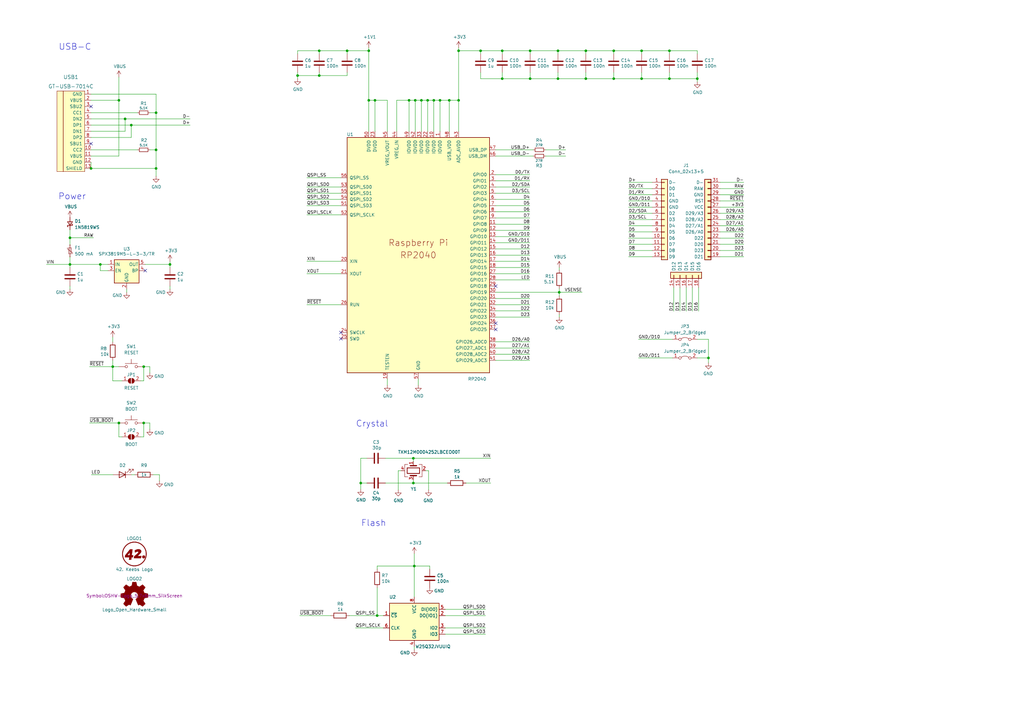
<source format=kicad_sch>
(kicad_sch (version 20230121) (generator eeschema)
  (paper "A3")
  (lib_symbols
    (symbol "42Keebs:42_Keebs_Logo" (pin_names (offset 1.016)))
    (symbol "42keebs:Conn_02x13+5" (pin_names (offset 3))
      (property "Reference" "J" (at 0 18.034 0))
      (property "Value" "Conn_02x13+5" (at 0 -38.354 0))
      (symbol "Conn_02x13+5_1_1"
        (pin bidirectional line (at -13.97 16.51 0) (length 3.81) (name "D-") (number "1"))
        (pin bidirectional line (at -13.97 -6.35 0) (length 3.81) (name "D6") (number "10"))
        (pin bidirectional line (at -13.97 -8.89 0) (length 3.81) (name "D7") (number "11"))
        (pin bidirectional line (at -13.97 -11.43 0) (length 3.81) (name "D8") (number "12"))
        (pin bidirectional line (at -13.97 -13.97 0) (length 3.81) (name "D9") (number "13"))
        (pin bidirectional line (at -5.08 -26.67 90) (length 3.81) (name "D12") (number "14"))
        (pin bidirectional line (at -2.54 -26.67 90) (length 3.81) (name "D13") (number "15"))
        (pin bidirectional line (at 0 -26.67 90) (length 3.81) (name "D14") (number "16"))
        (pin bidirectional line (at 2.54 -26.67 90) (length 3.81) (name "D15") (number "17"))
        (pin bidirectional line (at 5.08 -26.67 90) (length 3.81) (name "D16") (number "18"))
        (pin bidirectional line (at 13.97 -13.97 180) (length 3.81) (name "D21") (number "19"))
        (pin bidirectional line (at -13.97 13.97 0) (length 3.81) (name "D0") (number "2"))
        (pin bidirectional line (at 13.97 -11.43 180) (length 3.81) (name "D23") (number "20"))
        (pin bidirectional line (at 13.97 -8.89 180) (length 3.81) (name "D20") (number "21"))
        (pin bidirectional line (at 13.97 -6.35 180) (length 3.81) (name "D22") (number "22"))
        (pin bidirectional line (at 13.97 -3.81 180) (length 3.81) (name "D26/A0") (number "23"))
        (pin bidirectional line (at 13.97 -1.27 180) (length 3.81) (name "D27/A1") (number "24"))
        (pin bidirectional line (at 13.97 1.27 180) (length 3.81) (name "D28/A2") (number "25"))
        (pin bidirectional line (at 13.97 3.81 180) (length 3.81) (name "D29/A3") (number "26"))
        (pin power_out line (at 13.97 6.35 180) (length 3.81) (name "VCC") (number "27"))
        (pin input inverted (at 13.97 8.89 180) (length 3.81) (name "RST") (number "28"))
        (pin power_out line (at 13.97 11.43 180) (length 3.81) (name "GND") (number "29"))
        (pin bidirectional line (at -13.97 11.43 0) (length 3.81) (name "D1") (number "3"))
        (pin power_in line (at 13.97 13.97 180) (length 3.81) (name "RAW") (number "30"))
        (pin bidirectional line (at 13.97 16.51 180) (length 3.81) (name "D-") (number "31"))
        (pin power_out line (at -13.97 8.89 0) (length 3.81) (name "GND") (number "4"))
        (pin power_out line (at -13.97 6.35 0) (length 3.81) (name "GND") (number "5"))
        (pin bidirectional line (at -13.97 3.81 0) (length 3.81) (name "D2") (number "6"))
        (pin bidirectional line (at -13.97 1.27 0) (length 3.81) (name "D3") (number "7"))
        (pin bidirectional line (at -13.97 -1.27 0) (length 3.81) (name "D4") (number "8"))
        (pin bidirectional line (at -13.97 -3.81 0) (length 3.81) (name "D5") (number "9"))
      )
    )
    (symbol "Device:C" (pin_numbers hide) (pin_names (offset 0.254))
      (property "Reference" "C" (at 0.635 2.54 0))
      (property "Value" "C" (at 0.635 -2.54 0))
      (symbol "C_1_1"
        (pin passive line (at 0 3.81 270) (length 2.794) (name "~") (number "1"))
        (pin passive line (at 0 -3.81 90) (length 2.794) (name "~") (number "2"))
      )
    )
    (symbol "Device:Crystal_GND24" (pin_names (offset 1.016) hide)
      (property "Reference" "Y" (at 3.175 5.08 0))
      (property "Value" "Crystal_GND24" (at 3.175 3.175 0))
      (symbol "Crystal_GND24_1_1"
        (pin passive line (at -3.81 0 0) (length 1.27) (name "1") (number "1"))
        (pin passive line (at 0 5.08 270) (length 1.27) (name "2") (number "2"))
        (pin passive line (at 3.81 0 180) (length 1.27) (name "3") (number "3"))
        (pin passive line (at 0 -5.08 90) (length 1.27) (name "4") (number "4"))
      )
    )
    (symbol "Device:D_Schottky_Small" (pin_numbers hide) (pin_names (offset 0.254) hide)
      (property "Reference" "D" (at -1.27 2.032 0))
      (property "Value" "D_Schottky_Small" (at -7.112 -2.032 0))
      (symbol "D_Schottky_Small_1_1"
        (pin passive line (at -2.54 0 0) (length 1.778) (name "K") (number "1"))
        (pin passive line (at 2.54 0 180) (length 1.778) (name "A") (number "2"))
      )
    )
    (symbol "Device:LED" (pin_numbers hide) (pin_names (offset 1.016) hide)
      (property "Reference" "D" (at 0 2.54 0))
      (property "Value" "LED" (at 0 -2.54 0))
      (symbol "LED_1_1"
        (pin passive line (at -3.81 0 0) (length 2.54) (name "K") (number "1"))
        (pin passive line (at 3.81 0 180) (length 2.54) (name "A") (number "2"))
      )
    )
    (symbol "Device:Polyfuse_Small" (pin_numbers hide) (pin_names (offset 0))
      (property "Reference" "F" (at -1.905 0 90))
      (property "Value" "Polyfuse_Small" (at 1.905 0 90))
      (symbol "Polyfuse_Small_1_1"
        (pin passive line (at 0 2.54 270) (length 0.635) (name "~") (number "1"))
        (pin passive line (at 0 -2.54 90) (length 0.635) (name "~") (number "2"))
      )
    )
    (symbol "Device:R" (pin_numbers hide) (pin_names (offset 0))
      (property "Reference" "R" (at 2.032 0 90))
      (property "Value" "R" (at 0 0 90))
      (symbol "R_1_1"
        (pin passive line (at 0 3.81 270) (length 1.27) (name "~") (number "1"))
        (pin passive line (at 0 -3.81 90) (length 1.27) (name "~") (number "2"))
      )
    )
    (symbol "Device:R_Small" (pin_numbers hide) (pin_names (offset 0.254) hide)
      (property "Reference" "R" (at 0.762 0.508 0))
      (property "Value" "R_Small" (at 0.762 -1.016 0))
      (symbol "R_Small_1_1"
        (pin passive line (at 0 2.54 270) (length 0.762) (name "~") (number "1"))
        (pin passive line (at 0 -2.54 90) (length 0.762) (name "~") (number "2"))
      )
    )
    (symbol "Graphic:Logo_Open_Hardware_Small" (pin_names (offset 1.016)))
    (symbol "Jumper:Jumper_2_Bridged" (pin_names (offset 0) hide)
      (property "Reference" "JP" (at 0 1.905 0))
      (property "Value" "Jumper_2_Bridged" (at 0 -2.54 0))
      (symbol "Jumper_2_Bridged_1_1"
        (pin passive line (at -5.08 0 0) (length 2.54) (name "A") (number "1"))
        (pin passive line (at 5.08 0 180) (length 2.54) (name "B") (number "2"))
      )
    )
    (symbol "Jumper:SolderJumper_2_Open" (pin_names (offset 0) hide)
      (property "Reference" "JP" (at 0 2.032 0))
      (property "Value" "SolderJumper_2_Open" (at 0 -2.54 0))
      (symbol "SolderJumper_2_Open_1_1"
        (pin passive line (at -3.81 0 0) (length 2.54) (name "A") (number "1"))
        (pin passive line (at 3.81 0 180) (length 2.54) (name "B") (number "2"))
      )
    )
    (symbol "MCU_RaspberryPi_RP2040:RP2040" (pin_names (offset 1.016))
      (property "Reference" "U" (at -29.21 49.53 0))
      (property "Value" "RP2040" (at 24.13 -49.53 0))
      (symbol "RP2040_0_0"
        (text "Raspberry Pi" (at 0 5.08 0) (effects (font (size 2.54 2.54))))
        (text "RP2040" (at 0 0 0) (effects (font (size 2.54 2.54))))
      )
      (symbol "RP2040_1_1"
        (pin power_in line (at 8.89 50.8 270) (length 2.54) (name "IOVDD") (number "1"))
        (pin power_in line (at 6.35 50.8 270) (length 2.54) (name "IOVDD") (number "10"))
        (pin bidirectional line (at 31.75 12.7 180) (length 2.54) (name "GPIO8") (number "11"))
        (pin bidirectional line (at 31.75 10.16 180) (length 2.54) (name "GPIO9") (number "12"))
        (pin bidirectional line (at 31.75 7.62 180) (length 2.54) (name "GPIO10") (number "13"))
        (pin bidirectional line (at 31.75 5.08 180) (length 2.54) (name "GPIO11") (number "14"))
        (pin bidirectional line (at 31.75 2.54 180) (length 2.54) (name "GPIO12") (number "15"))
        (pin bidirectional line (at 31.75 0 180) (length 2.54) (name "GPIO13") (number "16"))
        (pin bidirectional line (at 31.75 -2.54 180) (length 2.54) (name "GPIO14") (number "17"))
        (pin bidirectional line (at 31.75 -5.08 180) (length 2.54) (name "GPIO15") (number "18"))
        (pin passive line (at -12.7 -50.8 90) (length 2.54) (name "TESTEN") (number "19"))
        (pin bidirectional line (at 31.75 33.02 180) (length 2.54) (name "GPIO0") (number "2"))
        (pin input line (at -31.75 -2.54 0) (length 2.54) (name "XIN") (number "20"))
        (pin passive line (at -31.75 -7.62 0) (length 2.54) (name "XOUT") (number "21"))
        (pin power_in line (at 3.81 50.8 270) (length 2.54) (name "IOVDD") (number "22"))
        (pin power_in line (at -17.78 50.8 270) (length 2.54) (name "DVDD") (number "23"))
        (pin output line (at -31.75 -31.75 0) (length 2.54) (name "SWCLK") (number "24"))
        (pin bidirectional line (at -31.75 -34.29 0) (length 2.54) (name "SWD") (number "25"))
        (pin input line (at -31.75 -20.32 0) (length 2.54) (name "RUN") (number "26"))
        (pin bidirectional line (at 31.75 -7.62 180) (length 2.54) (name "GPIO16") (number "27"))
        (pin bidirectional line (at 31.75 -10.16 180) (length 2.54) (name "GPIO17") (number "28"))
        (pin bidirectional line (at 31.75 -12.7 180) (length 2.54) (name "GPIO18") (number "29"))
        (pin bidirectional line (at 31.75 30.48 180) (length 2.54) (name "GPIO1") (number "3"))
        (pin bidirectional line (at 31.75 -15.24 180) (length 2.54) (name "GPIO19") (number "30"))
        (pin bidirectional line (at 31.75 -17.78 180) (length 2.54) (name "GPIO20") (number "31"))
        (pin bidirectional line (at 31.75 -20.32 180) (length 2.54) (name "GPIO21") (number "32"))
        (pin power_in line (at 1.27 50.8 270) (length 2.54) (name "IOVDD") (number "33"))
        (pin bidirectional line (at 31.75 -22.86 180) (length 2.54) (name "GPIO22") (number "34"))
        (pin bidirectional line (at 31.75 -25.4 180) (length 2.54) (name "GPIO23") (number "35"))
        (pin bidirectional line (at 31.75 -27.94 180) (length 2.54) (name "GPIO24") (number "36"))
        (pin bidirectional line (at 31.75 -30.48 180) (length 2.54) (name "GPIO25") (number "37"))
        (pin bidirectional line (at 31.75 -35.56 180) (length 2.54) (name "GPIO26_ADC0") (number "38"))
        (pin bidirectional line (at 31.75 -38.1 180) (length 2.54) (name "GPIO27_ADC1") (number "39"))
        (pin bidirectional line (at 31.75 27.94 180) (length 2.54) (name "GPIO2") (number "4"))
        (pin bidirectional line (at 31.75 -40.64 180) (length 2.54) (name "GPIO28_ADC2") (number "40"))
        (pin bidirectional line (at 31.75 -43.18 180) (length 2.54) (name "GPIO29_ADC3") (number "41"))
        (pin power_in line (at -1.27 50.8 270) (length 2.54) (name "IOVDD") (number "42"))
        (pin power_in line (at 16.51 50.8 270) (length 2.54) (name "ADC_AVDD") (number "43"))
        (pin power_in line (at -8.89 50.8 270) (length 2.54) (name "VREG_IN") (number "44"))
        (pin power_out line (at -12.7 50.8 270) (length 2.54) (name "VREG_VOUT") (number "45"))
        (pin bidirectional line (at 31.75 40.64 180) (length 2.54) (name "USB_DM") (number "46"))
        (pin bidirectional line (at 31.75 43.18 180) (length 2.54) (name "USB_DP") (number "47"))
        (pin power_in line (at 12.7 50.8 270) (length 2.54) (name "USB_VDD") (number "48"))
        (pin power_in line (at -3.81 50.8 270) (length 2.54) (name "IOVDD") (number "49"))
        (pin bidirectional line (at 31.75 25.4 180) (length 2.54) (name "GPIO3") (number "5"))
        (pin power_in line (at -20.32 50.8 270) (length 2.54) (name "DVDD") (number "50"))
        (pin bidirectional line (at -31.75 20.32 0) (length 2.54) (name "QSPI_SD3") (number "51"))
        (pin output line (at -31.75 16.51 0) (length 2.54) (name "QSPI_SCLK") (number "52"))
        (pin bidirectional line (at -31.75 27.94 0) (length 2.54) (name "QSPI_SD0") (number "53"))
        (pin bidirectional line (at -31.75 22.86 0) (length 2.54) (name "QSPI_SD2") (number "54"))
        (pin bidirectional line (at -31.75 25.4 0) (length 2.54) (name "QSPI_SD1") (number "55"))
        (pin bidirectional line (at -31.75 31.75 0) (length 2.54) (name "QSPI_SS") (number "56"))
        (pin power_in line (at 0 -50.8 90) (length 2.54) (name "GND") (number "57"))
        (pin bidirectional line (at 31.75 22.86 180) (length 2.54) (name "GPIO4") (number "6"))
        (pin bidirectional line (at 31.75 20.32 180) (length 2.54) (name "GPIO5") (number "7"))
        (pin bidirectional line (at 31.75 17.78 180) (length 2.54) (name "GPIO6") (number "8"))
        (pin bidirectional line (at 31.75 15.24 180) (length 2.54) (name "GPIO7") (number "9"))
      )
    )
    (symbol "Memory_Flash:W25Q32JVSS"
      (property "Reference" "U" (at -8.89 8.89 0))
      (property "Value" "W25Q32JVSS" (at 7.62 8.89 0))
      (symbol "W25Q32JVSS_1_1"
        (pin input line (at -12.7 2.54 0) (length 2.54) (name "~{CS}") (number "1"))
        (pin bidirectional line (at 12.7 2.54 180) (length 2.54) (name "DO(IO1)") (number "2"))
        (pin bidirectional line (at 12.7 -2.54 180) (length 2.54) (name "IO2") (number "3"))
        (pin power_in line (at 0 -10.16 90) (length 2.54) (name "GND") (number "4"))
        (pin bidirectional line (at 12.7 5.08 180) (length 2.54) (name "DI(IO0)") (number "5"))
        (pin input line (at -12.7 -2.54 0) (length 2.54) (name "CLK") (number "6"))
        (pin bidirectional line (at 12.7 -5.08 180) (length 2.54) (name "IO3") (number "7"))
        (pin power_in line (at 0 10.16 270) (length 2.54) (name "VCC") (number "8"))
      )
    )
    (symbol "Regulator_Linear:SPX3819M5-L-3-3" (pin_names (offset 0.254))
      (property "Reference" "U" (at -3.81 5.715 0))
      (property "Value" "SPX3819M5-L-3-3" (at 0 5.715 0))
      (symbol "SPX3819M5-L-3-3_1_1"
        (pin power_in line (at -7.62 2.54 0) (length 2.54) (name "IN") (number "1"))
        (pin power_in line (at 0 -7.62 90) (length 2.54) (name "GND") (number "2"))
        (pin input line (at -7.62 0 0) (length 2.54) (name "EN") (number "3"))
        (pin input line (at 7.62 0 180) (length 2.54) (name "BP") (number "4"))
        (pin power_out line (at 7.62 2.54 180) (length 2.54) (name "OUT") (number "5"))
      )
    )
    (symbol "Switch:SW_Push" (pin_numbers hide) (pin_names (offset 1.016) hide)
      (property "Reference" "SW" (at 1.27 2.54 0))
      (property "Value" "SW_Push" (at 0 -1.524 0))
      (symbol "SW_Push_0_1"
        (pin passive line (at -5.08 0 0) (length 2.54) (name "1") (number "1"))
        (pin passive line (at 5.08 0 180) (length 2.54) (name "2") (number "2"))
      )
    )
    (symbol "Type-C:HRO-TYPE-C-31-M-12" (pin_names (offset 1.016))
      (property "Reference" "USB" (at -5.08 16.51 0))
      (property "Value" "HRO-TYPE-C-31-M-12" (at -10.16 -1.27 90))
      (symbol "HRO-TYPE-C-31-M-12_1_1"
        (pin input line (at 2.54 13.97 180) (length 2.54) (name "GND") (number "1"))
        (pin input line (at 2.54 -8.89 180) (length 2.54) (name "CC2") (number "10"))
        (pin input line (at 2.54 -11.43 180) (length 2.54) (name "VBUS") (number "11"))
        (pin input line (at 2.54 -13.97 180) (length 2.54) (name "GND") (number "12"))
        (pin input line (at 2.54 -16.51 180) (length 2.54) (name "SHIELD") (number "13"))
        (pin input line (at 2.54 11.43 180) (length 2.54) (name "VBUS") (number "2"))
        (pin input line (at 2.54 8.89 180) (length 2.54) (name "SBU2") (number "3"))
        (pin input line (at 2.54 6.35 180) (length 2.54) (name "CC1") (number "4"))
        (pin input line (at 2.54 3.81 180) (length 2.54) (name "DN2") (number "5"))
        (pin input line (at 2.54 1.27 180) (length 2.54) (name "DP1") (number "6"))
        (pin input line (at 2.54 -1.27 180) (length 2.54) (name "DN1") (number "7"))
        (pin input line (at 2.54 -3.81 180) (length 2.54) (name "DP2") (number "8"))
        (pin input line (at 2.54 -6.35 180) (length 2.54) (name "SBU1") (number "9"))
      )
    )
    (symbol "power:+1V1" (power) (pin_names (offset 0))
      (property "Value" "+1V1" (at 0 3.556 0))
      (symbol "+1V1_1_1"
        (pin power_in line (at 0 0 90) (length 0) hide (name "+1V1") (number "1"))
      )
    )
    (symbol "power:+3V3" (power) (pin_names (offset 0))
      (property "Value" "+3V3" (at 0 3.556 0))
      (symbol "+3V3_1_1"
        (pin power_in line (at 0 0 90) (length 0) hide (name "+3V3") (number "1"))
      )
    )
    (symbol "power:GND" (power) (pin_names (offset 0))
      (property "Value" "GND" (at 0 -3.81 0))
      (symbol "GND_1_1"
        (pin power_in line (at 0 0 270) (length 0) hide (name "GND") (number "1"))
      )
    )
    (symbol "power:VBUS" (power) (pin_names (offset 0))
      (property "Value" "VBUS" (at 0 3.81 0))
      (symbol "VBUS_1_1"
        (pin power_in line (at 0 0 90) (length 0) hide (name "VBUS") (number "1"))
      )
    )
  )
  (junction (at 197.104 20.828))
  (junction (at 130.937 30.988))
  (junction (at 263.144 32.258))
  (junction (at 251.714 32.258))
  (junction (at 290.576 146.812))
  (junction (at 28.702 108.458))
  (junction (at 217.424 32.258))
  (junction (at 170.307 41.148))
  (junction (at 205.994 32.258))
  (junction (at 286.004 32.258))
  (junction (at 41.148 108.458))
  (junction (at 172.847 41.148))
  (junction (at 228.854 32.258))
  (junction (at 184.277 41.148))
  (junction (at 251.714 20.828))
  (junction (at 188.087 20.828))
  (junction (at 58.928 173.482))
  (junction (at 142.367 20.828))
  (junction (at 64.008 46.228))
  (junction (at 240.284 32.258))
  (junction (at 274.574 32.258))
  (junction (at 58.928 150.368))
  (junction (at 69.723 108.458))
  (junction (at 167.767 41.148))
  (junction (at 154.686 252.476))
  (junction (at 263.144 20.828))
  (junction (at 274.574 20.828))
  (junction (at 130.937 20.828))
  (junction (at 48.768 173.482))
  (junction (at 229.362 119.888))
  (junction (at 28.702 97.536))
  (junction (at 228.854 20.828))
  (junction (at 169.545 198.12))
  (junction (at 177.927 41.148))
  (junction (at 151.257 20.828))
  (junction (at 175.387 41.148))
  (junction (at 48.768 41.148))
  (junction (at 122.047 30.988))
  (junction (at 153.797 41.148))
  (junction (at 53.848 51.308))
  (junction (at 51.308 48.768))
  (junction (at 46.228 150.368))
  (junction (at 188.087 41.148))
  (junction (at 180.467 41.148))
  (junction (at 217.424 20.828))
  (junction (at 169.545 187.96))
  (junction (at 37.338 69.088))
  (junction (at 205.994 20.828))
  (junction (at 240.284 20.828))
  (junction (at 169.926 232.156))
  (junction (at 64.008 61.468))
  (junction (at 151.257 41.148))
  (junction (at 64.008 69.088))
  (junction (at 147.955 198.12))
  (no_connect (at 139.827 138.938))
  (no_connect (at 37.338 58.928))
  (no_connect (at 203.327 117.348))
  (no_connect (at 139.827 136.398))
  (no_connect (at 203.327 132.588))
  (no_connect (at 59.563 110.998))
  (no_connect (at 203.327 135.128))
  (no_connect (at 37.338 43.688))
  (wire (pts (xy 147.955 187.96) (xy 147.955 198.12)))
  (wire (pts (xy 286.004 22.098) (xy 286.004 20.828)))
  (wire (pts (xy 191.135 198.12) (xy 201.295 198.12)))
  (wire (pts (xy 37.338 46.228) (xy 56.388 46.228)))
  (wire (pts (xy 162.687 41.148) (xy 167.767 41.148)))
  (wire (pts (xy 62.865 194.691) (xy 65.405 194.691)))
  (wire (pts (xy 240.284 22.098) (xy 240.284 20.828)))
  (wire (pts (xy 122.047 22.098) (xy 122.047 20.828)))
  (wire (pts (xy 58.928 150.368) (xy 61.468 150.368)))
  (wire (pts (xy 122.047 20.828) (xy 130.937 20.828)))
  (wire (pts (xy 281.432 127.635) (xy 281.432 117.983)))
  (wire (pts (xy 240.284 32.258) (xy 228.854 32.258)))
  (wire (pts (xy 263.144 22.098) (xy 263.144 20.828)))
  (wire (pts (xy 171.577 155.448) (xy 171.577 157.988)))
  (wire (pts (xy 28.702 105.41) (xy 28.702 108.458)))
  (wire (pts (xy 274.574 20.828) (xy 286.004 20.828)))
  (wire (pts (xy 37.338 53.848) (xy 51.308 53.848)))
  (wire (pts (xy 251.714 29.718) (xy 251.714 32.258)))
  (wire (pts (xy 41.148 110.998) (xy 41.148 108.458)))
  (wire (pts (xy 217.297 109.728) (xy 203.327 109.728)))
  (wire (pts (xy 143.256 252.476) (xy 154.686 252.476)))
  (wire (pts (xy 217.297 102.108) (xy 203.327 102.108)))
  (wire (pts (xy 130.937 30.988) (xy 142.367 30.988)))
  (wire (pts (xy 295.402 97.663) (xy 305.054 97.663)))
  (wire (pts (xy 203.327 64.008) (xy 218.694 64.008)))
  (wire (pts (xy 36.703 173.482) (xy 48.768 173.482)))
  (wire (pts (xy 228.854 22.098) (xy 228.854 20.828)))
  (wire (pts (xy 257.81 87.503) (xy 267.462 87.503)))
  (wire (pts (xy 169.926 232.156) (xy 169.926 244.856)))
  (wire (pts (xy 177.927 41.148) (xy 180.467 41.148)))
  (wire (pts (xy 154.686 252.476) (xy 157.226 252.476)))
  (wire (pts (xy 251.714 20.828) (xy 263.144 20.828)))
  (wire (pts (xy 276.352 127.635) (xy 276.352 117.983)))
  (wire (pts (xy 295.402 84.963) (xy 305.054 84.963)))
  (wire (pts (xy 217.297 145.288) (xy 203.327 145.288)))
  (wire (pts (xy 53.848 51.308) (xy 77.978 51.308)))
  (wire (pts (xy 228.854 29.718) (xy 228.854 32.258)))
  (wire (pts (xy 153.797 53.848) (xy 153.797 41.148)))
  (wire (pts (xy 261.874 146.812) (xy 275.844 146.812)))
  (wire (pts (xy 188.087 20.828) (xy 197.104 20.828)))
  (wire (pts (xy 28.702 108.458) (xy 41.148 108.458)))
  (wire (pts (xy 217.297 112.268) (xy 203.327 112.268)))
  (wire (pts (xy 263.144 29.718) (xy 263.144 32.258)))
  (wire (pts (xy 28.702 117.348) (xy 28.702 118.618)))
  (wire (pts (xy 257.81 82.423) (xy 267.462 82.423)))
  (wire (pts (xy 151.257 41.148) (xy 151.257 53.848)))
  (wire (pts (xy 37.338 66.548) (xy 37.338 69.088)))
  (wire (pts (xy 217.297 99.568) (xy 203.327 99.568)))
  (wire (pts (xy 64.008 69.088) (xy 64.008 72.263)))
  (wire (pts (xy 257.81 74.803) (xy 267.462 74.803)))
  (wire (pts (xy 37.338 69.088) (xy 64.008 69.088)))
  (wire (pts (xy 176.276 233.426) (xy 176.276 232.156)))
  (wire (pts (xy 286.512 127.635) (xy 286.512 117.983)))
  (wire (pts (xy 51.308 48.768) (xy 37.338 48.768)))
  (wire (pts (xy 37.338 38.608) (xy 64.008 38.608)))
  (wire (pts (xy 37.338 64.008) (xy 48.768 64.008)))
  (wire (pts (xy 257.81 97.663) (xy 267.462 97.663)))
  (wire (pts (xy 58.928 179.197) (xy 58.928 173.482)))
  (wire (pts (xy 64.008 38.608) (xy 64.008 46.228)))
  (wire (pts (xy 176.276 232.156) (xy 169.926 232.156)))
  (wire (pts (xy 295.402 79.883) (xy 305.054 79.883)))
  (wire (pts (xy 184.277 53.848) (xy 184.277 41.148)))
  (wire (pts (xy 251.714 22.098) (xy 251.714 20.828)))
  (wire (pts (xy 122.047 30.988) (xy 130.937 30.988)))
  (wire (pts (xy 169.926 265.176) (xy 169.926 266.446)))
  (wire (pts (xy 274.574 32.258) (xy 286.004 32.258)))
  (wire (pts (xy 37.338 61.468) (xy 56.388 61.468)))
  (wire (pts (xy 217.297 107.188) (xy 203.327 107.188)))
  (wire (pts (xy 182.626 260.096) (xy 199.136 260.096)))
  (wire (pts (xy 295.402 102.743) (xy 305.054 102.743)))
  (wire (pts (xy 158.877 53.848) (xy 158.877 41.148)))
  (wire (pts (xy 50.038 156.21) (xy 46.228 156.21)))
  (wire (pts (xy 154.686 232.156) (xy 169.926 232.156)))
  (wire (pts (xy 217.424 22.098) (xy 217.424 20.828)))
  (wire (pts (xy 130.937 20.828) (xy 142.367 20.828)))
  (wire (pts (xy 184.277 41.148) (xy 188.087 41.148)))
  (wire (pts (xy 158.115 187.96) (xy 169.545 187.96)))
  (wire (pts (xy 205.994 20.828) (xy 217.424 20.828)))
  (wire (pts (xy 217.297 91.948) (xy 203.327 91.948)))
  (wire (pts (xy 46.228 138.303) (xy 46.228 140.208)))
  (wire (pts (xy 51.308 53.848) (xy 51.308 48.768)))
  (wire (pts (xy 228.854 32.258) (xy 217.424 32.258)))
  (wire (pts (xy 257.81 95.123) (xy 267.462 95.123)))
  (wire (pts (xy 188.087 20.828) (xy 188.087 41.148)))
  (wire (pts (xy 295.402 77.343) (xy 305.054 77.343)))
  (wire (pts (xy 64.008 46.228) (xy 64.008 61.468)))
  (wire (pts (xy 169.926 227.076) (xy 169.926 232.156)))
  (wire (pts (xy 139.827 124.968) (xy 125.857 124.968)))
  (wire (pts (xy 122.047 30.988) (xy 122.047 32.258)))
  (wire (pts (xy 61.468 150.368) (xy 61.468 152.908)))
  (wire (pts (xy 283.972 127.635) (xy 283.972 117.983)))
  (wire (pts (xy 130.937 22.098) (xy 130.937 20.828)))
  (wire (pts (xy 223.774 61.468) (xy 232.029 61.468)))
  (wire (pts (xy 130.937 29.718) (xy 130.937 30.988)))
  (wire (pts (xy 229.362 119.888) (xy 229.362 121.412)))
  (wire (pts (xy 125.857 79.248) (xy 139.827 79.248)))
  (wire (pts (xy 175.387 41.148) (xy 177.927 41.148)))
  (wire (pts (xy 257.81 90.043) (xy 267.462 90.043)))
  (wire (pts (xy 263.144 32.258) (xy 274.574 32.258)))
  (wire (pts (xy 53.975 194.691) (xy 55.245 194.691)))
  (wire (pts (xy 48.768 179.197) (xy 48.768 173.482)))
  (wire (pts (xy 169.545 187.96) (xy 201.295 187.96)))
  (wire (pts (xy 147.955 198.12) (xy 147.955 200.66)))
  (wire (pts (xy 135.636 252.476) (xy 122.936 252.476)))
  (wire (pts (xy 125.857 107.188) (xy 139.827 107.188)))
  (wire (pts (xy 217.424 20.828) (xy 228.854 20.828)))
  (wire (pts (xy 158.115 198.12) (xy 169.545 198.12)))
  (wire (pts (xy 257.81 84.963) (xy 267.462 84.963)))
  (wire (pts (xy 64.008 61.468) (xy 64.008 69.088)))
  (wire (pts (xy 122.047 29.718) (xy 122.047 30.988)))
  (wire (pts (xy 197.104 20.828) (xy 205.994 20.828)))
  (wire (pts (xy 217.297 89.408) (xy 203.327 89.408)))
  (wire (pts (xy 203.327 61.468) (xy 218.694 61.468)))
  (wire (pts (xy 197.104 32.258) (xy 205.994 32.258)))
  (wire (pts (xy 286.004 29.718) (xy 286.004 32.258)))
  (wire (pts (xy 69.723 117.348) (xy 69.723 118.618)))
  (wire (pts (xy 217.424 32.258) (xy 205.994 32.258)))
  (wire (pts (xy 217.297 84.328) (xy 203.327 84.328)))
  (wire (pts (xy 217.297 97.028) (xy 203.327 97.028)))
  (wire (pts (xy 172.847 53.848) (xy 172.847 41.148)))
  (wire (pts (xy 50.038 179.197) (xy 48.768 179.197)))
  (wire (pts (xy 167.767 41.148) (xy 170.307 41.148)))
  (wire (pts (xy 182.626 257.556) (xy 199.136 257.556)))
  (wire (pts (xy 59.563 108.458) (xy 69.723 108.458)))
  (wire (pts (xy 261.874 139.192) (xy 275.844 139.192)))
  (wire (pts (xy 197.104 29.718) (xy 197.104 32.258)))
  (wire (pts (xy 53.848 56.388) (xy 53.848 51.308)))
  (wire (pts (xy 57.658 156.21) (xy 58.928 156.21)))
  (wire (pts (xy 240.284 20.828) (xy 251.714 20.828)))
  (wire (pts (xy 175.768 193.04) (xy 175.768 200.914)))
  (wire (pts (xy 167.767 53.848) (xy 167.767 41.148)))
  (wire (pts (xy 61.468 46.228) (xy 64.008 46.228)))
  (wire (pts (xy 251.714 32.258) (xy 240.284 32.258)))
  (wire (pts (xy 65.405 194.691) (xy 65.405 197.231)))
  (wire (pts (xy 295.402 105.283) (xy 305.054 105.283)))
  (wire (pts (xy 228.854 20.828) (xy 240.284 20.828)))
  (wire (pts (xy 139.827 112.268) (xy 125.857 112.268)))
  (wire (pts (xy 180.467 41.148) (xy 180.467 53.848)))
  (wire (pts (xy 44.323 108.458) (xy 41.148 108.458)))
  (wire (pts (xy 197.104 20.828) (xy 197.104 22.098)))
  (wire (pts (xy 169.545 189.23) (xy 169.545 187.96)))
  (wire (pts (xy 69.723 108.458) (xy 69.723 109.728)))
  (wire (pts (xy 217.297 122.428) (xy 203.327 122.428)))
  (wire (pts (xy 175.387 53.848) (xy 175.387 41.148)))
  (wire (pts (xy 153.797 41.148) (xy 151.257 41.148)))
  (wire (pts (xy 57.658 179.197) (xy 58.928 179.197)))
  (wire (pts (xy 48.768 64.008) (xy 48.768 41.148)))
  (wire (pts (xy 295.402 74.803) (xy 305.054 74.803)))
  (wire (pts (xy 240.284 29.718) (xy 240.284 32.258)))
  (wire (pts (xy 217.297 140.208) (xy 203.327 140.208)))
  (wire (pts (xy 37.338 41.148) (xy 48.768 41.148)))
  (wire (pts (xy 158.877 155.448) (xy 158.877 157.988)))
  (wire (pts (xy 286.004 139.192) (xy 290.576 139.192)))
  (wire (pts (xy 170.307 41.148) (xy 172.847 41.148)))
  (wire (pts (xy 142.367 22.098) (xy 142.367 20.828)))
  (wire (pts (xy 229.362 110.744) (xy 229.362 109.728)))
  (wire (pts (xy 180.467 41.148) (xy 184.277 41.148)))
  (wire (pts (xy 51.943 118.618) (xy 51.943 119.888)))
  (wire (pts (xy 125.857 84.328) (xy 139.827 84.328)))
  (wire (pts (xy 28.702 108.458) (xy 28.702 109.728)))
  (wire (pts (xy 182.626 249.936) (xy 199.136 249.936)))
  (wire (pts (xy 217.297 147.828) (xy 203.327 147.828)))
  (wire (pts (xy 286.004 146.812) (xy 290.576 146.812)))
  (wire (pts (xy 51.308 48.768) (xy 77.978 48.768)))
  (wire (pts (xy 257.81 102.743) (xy 267.462 102.743)))
  (wire (pts (xy 46.228 150.368) (xy 48.768 150.368)))
  (wire (pts (xy 150.495 198.12) (xy 147.955 198.12)))
  (wire (pts (xy 28.702 94.234) (xy 28.702 97.536)))
  (wire (pts (xy 154.686 233.426) (xy 154.686 232.156)))
  (wire (pts (xy 229.362 119.888) (xy 238.76 119.888)))
  (wire (pts (xy 172.847 41.148) (xy 175.387 41.148)))
  (wire (pts (xy 142.367 20.828) (xy 151.257 20.828)))
  (wire (pts (xy 217.297 142.748) (xy 203.327 142.748)))
  (wire (pts (xy 125.857 81.788) (xy 139.827 81.788)))
  (wire (pts (xy 295.402 95.123) (xy 305.054 95.123)))
  (wire (pts (xy 139.827 88.138) (xy 125.857 88.138)))
  (wire (pts (xy 217.297 124.968) (xy 203.327 124.968)))
  (wire (pts (xy 28.702 108.458) (xy 19.05 108.458)))
  (wire (pts (xy 295.402 90.043) (xy 305.054 90.043)))
  (wire (pts (xy 229.362 129.032) (xy 229.362 130.048)))
  (wire (pts (xy 125.857 76.708) (xy 139.827 76.708)))
  (wire (pts (xy 169.545 198.12) (xy 183.515 198.12)))
  (wire (pts (xy 37.338 51.308) (xy 53.848 51.308)))
  (wire (pts (xy 174.625 193.04) (xy 175.768 193.04)))
  (wire (pts (xy 290.576 146.812) (xy 290.576 148.844)))
  (wire (pts (xy 162.687 53.848) (xy 162.687 41.148)))
  (wire (pts (xy 36.703 150.368) (xy 46.228 150.368)))
  (wire (pts (xy 278.892 127.635) (xy 278.892 117.983)))
  (wire (pts (xy 274.574 22.098) (xy 274.574 20.828)))
  (wire (pts (xy 257.81 100.203) (xy 267.462 100.203)))
  (wire (pts (xy 169.545 196.85) (xy 169.545 198.12)))
  (wire (pts (xy 274.574 29.718) (xy 274.574 32.258)))
  (wire (pts (xy 28.702 97.536) (xy 38.354 97.536)))
  (wire (pts (xy 145.796 257.556) (xy 157.226 257.556)))
  (wire (pts (xy 48.768 31.623) (xy 48.768 41.148)))
  (wire (pts (xy 44.323 110.998) (xy 41.148 110.998)))
  (wire (pts (xy 257.81 105.283) (xy 267.462 105.283)))
  (wire (pts (xy 217.424 29.718) (xy 217.424 32.258)))
  (wire (pts (xy 295.402 82.423) (xy 305.054 82.423)))
  (wire (pts (xy 170.307 53.848) (xy 170.307 41.148)))
  (wire (pts (xy 158.877 41.148) (xy 153.797 41.148)))
  (wire (pts (xy 188.087 41.148) (xy 188.087 53.848)))
  (wire (pts (xy 182.626 252.476) (xy 199.136 252.476)))
  (wire (pts (xy 217.297 86.868) (xy 203.327 86.868)))
  (wire (pts (xy 163.322 193.04) (xy 163.322 200.914)))
  (wire (pts (xy 290.576 139.192) (xy 290.576 146.812)))
  (wire (pts (xy 295.402 100.203) (xy 305.054 100.203)))
  (wire (pts (xy 46.228 147.828) (xy 46.228 150.368)))
  (wire (pts (xy 61.468 61.468) (xy 64.008 61.468)))
  (wire (pts (xy 205.994 29.718) (xy 205.994 32.258)))
  (wire (pts (xy 217.297 94.488) (xy 203.327 94.488)))
  (wire (pts (xy 37.465 194.691) (xy 46.355 194.691)))
  (wire (pts (xy 257.81 77.343) (xy 267.462 77.343)))
  (wire (pts (xy 46.228 150.368) (xy 46.228 156.21)))
  (wire (pts (xy 295.402 87.503) (xy 305.054 87.503)))
  (wire (pts (xy 286.004 32.258) (xy 286.004 33.528)))
  (wire (pts (xy 295.402 92.583) (xy 305.054 92.583)))
  (wire (pts (xy 203.327 119.888) (xy 229.362 119.888)))
  (wire (pts (xy 217.297 81.788) (xy 203.327 81.788)))
  (wire (pts (xy 142.367 30.988) (xy 142.367 29.718)))
  (wire (pts (xy 217.297 114.808) (xy 203.327 114.808)))
  (wire (pts (xy 263.144 20.828) (xy 274.574 20.828)))
  (wire (pts (xy 217.297 127.508) (xy 203.327 127.508)))
  (wire (pts (xy 203.327 76.708) (xy 217.297 76.708)))
  (wire (pts (xy 257.81 79.883) (xy 267.462 79.883)))
  (wire (pts (xy 58.928 173.482) (xy 61.468 173.482)))
  (wire (pts (xy 223.774 64.008) (xy 232.029 64.008)))
  (wire (pts (xy 217.297 130.048) (xy 203.327 130.048)))
  (wire (pts (xy 164.465 193.04) (xy 163.322 193.04)))
  (wire (pts (xy 139.827 72.898) (xy 125.857 72.898)))
  (wire (pts (xy 177.927 53.848) (xy 177.927 41.148)))
  (wire (pts (xy 217.297 104.648) (xy 203.327 104.648)))
  (wire (pts (xy 229.362 118.364) (xy 229.362 119.888)))
  (wire (pts (xy 61.468 173.482) (xy 61.468 176.022)))
  (wire (pts (xy 263.144 32.258) (xy 251.714 32.258)))
  (wire (pts (xy 217.297 71.628) (xy 203.327 71.628)))
  (wire (pts (xy 37.338 56.388) (xy 53.848 56.388)))
  (wire (pts (xy 151.257 19.558) (xy 151.257 20.828)))
  (wire (pts (xy 188.087 19.558) (xy 188.087 20.828)))
  (wire (pts (xy 151.257 20.828) (xy 151.257 41.148)))
  (wire (pts (xy 58.928 150.368) (xy 58.928 156.21)))
  (wire (pts (xy 154.686 241.046) (xy 154.686 252.476)))
  (wire (pts (xy 69.723 107.188) (xy 69.723 108.458)))
  (wire (pts (xy 205.994 22.098) (xy 205.994 20.828)))
  (wire (pts (xy 150.495 187.96) (xy 147.955 187.96)))
  (wire (pts (xy 203.327 79.248) (xy 217.297 79.248)))
  (wire (pts (xy 217.297 74.168) (xy 203.327 74.168)))
  (wire (pts (xy 257.81 92.583) (xy 267.462 92.583)))
  (wire (pts (xy 28.702 97.536) (xy 28.702 100.33)))
  (text "Power" (at 23.876 82.169 0) (effects (font (size 2.54 2.54)) (justify left bottom)))
  (text "Crystal" (at 145.923 175.387 0) (effects (font (size 2.54 2.54)) (justify left bottom)))
  (text "Flash" (at 148.082 216.154 0) (effects (font (size 2.54 2.54)) (justify left bottom)))
  (text "USB-C" (at 24.003 20.828 0) (effects (font (size 2.54 2.54)) (justify left bottom)))
  (label "D-" (at 305.054 74.803 180))
  (label "D8" (at 257.81 102.743 0) (effects (font (size 1.2446 1.2446))))
  (label "GND{slash}D11" (at 261.874 146.812 0) (effects (font (size 1.2446 1.2446))))
  (label "D4" (at 257.81 92.583 0) (effects (font (size 1.2446 1.2446))))
  (label "QSPI_SD2" (at 199.136 257.556 180))
  (label "D15" (at 217.297 109.728 180) (effects (font (size 1.2446 1.2446))))
  (label "VSENSE" (at 238.76 119.888 180) (effects (font (size 1.2446 1.2446))))
  (label "XIN" (at 125.857 107.188 0))
  (label "D23" (at 305.054 102.743 180) (effects (font (size 1.2446 1.2446))))
  (label "D-" (at 232.029 64.008 180))
  (label "D1{slash}RX" (at 217.297 74.168 180) (effects (font (size 1.2446 1.2446))))
  (label "XOUT" (at 201.295 198.12 180))
  (label "D3{slash}SCL" (at 217.297 79.248 180) (effects (font (size 1.2446 1.2446))))
  (label "D3{slash}SCL" (at 257.81 90.043 0) (effects (font (size 1.2446 1.2446))))
  (label "QSPI_SD2" (at 125.857 81.788 0))
  (label "D7" (at 217.297 89.408 180) (effects (font (size 1.2446 1.2446))))
  (label "D27{slash}A1" (at 305.054 92.583 180) (effects (font (size 1.2446 1.2446))))
  (label "D26{slash}A0" (at 217.297 140.208 180) (effects (font (size 1.2446 1.2446))))
  (label "D15" (at 283.972 127.635 90) (effects (font (size 1.2446 1.2446))))
  (label "QSPI_SD0" (at 125.857 76.708 0))
  (label "D5" (at 217.297 84.328 180) (effects (font (size 1.2446 1.2446))))
  (label "GND{slash}D11" (at 257.81 84.963 0) (effects (font (size 1.2446 1.2446))))
  (label "+3V3" (at 305.054 84.963 180) (effects (font (size 1.2446 1.2446))))
  (label "D14" (at 217.297 107.188 180) (effects (font (size 1.2446 1.2446))))
  (label "XOUT" (at 125.857 112.268 0))
  (label "QSPI_SD3" (at 199.136 260.096 180))
  (label "D9" (at 257.81 105.283 0) (effects (font (size 1.2446 1.2446))))
  (label "USB_D-" (at 217.297 64.008 180))
  (label "~{RESET}" (at 36.703 150.368 0))
  (label "D6" (at 217.297 86.868 180) (effects (font (size 1.2446 1.2446))))
  (label "D22" (at 217.297 127.508 180) (effects (font (size 1.2446 1.2446))))
  (label "LED" (at 217.297 114.808 180) (effects (font (size 1.2446 1.2446))))
  (label "D1{slash}RX" (at 257.81 79.883 0) (effects (font (size 1.2446 1.2446))))
  (label "D22" (at 305.054 97.663 180) (effects (font (size 1.2446 1.2446))))
  (label "D6" (at 257.81 97.663 0) (effects (font (size 1.2446 1.2446))))
  (label "~{RESET}" (at 125.857 124.968 0))
  (label "RAW" (at 305.054 77.343 180) (effects (font (size 1.2446 1.2446))))
  (label "D7" (at 257.81 100.203 0) (effects (font (size 1.2446 1.2446))))
  (label "D13" (at 278.892 127.635 90) (effects (font (size 1.2446 1.2446))))
  (label "VIN" (at 19.05 108.458 0) (effects (font (size 1.2446 1.2446))))
  (label "D5" (at 257.81 95.123 0) (effects (font (size 1.2446 1.2446))))
  (label "D28{slash}A2" (at 305.054 90.043 180) (effects (font (size 1.2446 1.2446))))
  (label "D16" (at 286.512 127.635 90) (effects (font (size 1.2446 1.2446))))
  (label "GND" (at 305.054 79.883 180) (effects (font (size 1.2446 1.2446))))
  (label "D4" (at 217.297 81.788 180) (effects (font (size 1.2446 1.2446))))
  (label "GND{slash}D10" (at 261.874 139.192 0) (effects (font (size 1.2446 1.2446))))
  (label "GND{slash}D10" (at 217.297 97.028 180) (effects (font (size 1.2446 1.2446))))
  (label "D12" (at 276.352 127.635 90) (effects (font (size 1.2446 1.2446))))
  (label "QSPI_SD1" (at 199.136 252.476 180))
  (label "USB_D+" (at 217.297 61.468 180))
  (label "D28{slash}A2" (at 217.297 145.288 180) (effects (font (size 1.2446 1.2446))))
  (label "D29{slash}A3" (at 217.297 147.828 180) (effects (font (size 1.2446 1.2446))))
  (label "GND{slash}D11" (at 217.297 99.568 180) (effects (font (size 1.2446 1.2446))))
  (label "D0{slash}TX" (at 257.81 77.343 0) (effects (font (size 1.2446 1.2446))))
  (label "D13" (at 217.297 104.648 180) (effects (font (size 1.2446 1.2446))))
  (label "D+" (at 257.81 74.803 0))
  (label "XIN" (at 201.295 187.96 180))
  (label "D+" (at 77.978 51.308 180))
  (label "~{USB_BOOT}" (at 122.936 252.476 0))
  (label "D29{slash}A3" (at 305.054 87.503 180) (effects (font (size 1.2446 1.2446))))
  (label "GND{slash}D10" (at 257.81 82.423 0) (effects (font (size 1.2446 1.2446))))
  (label "D16" (at 217.297 112.268 180) (effects (font (size 1.2446 1.2446))))
  (label "QSPI_SD1" (at 125.857 79.248 0))
  (label "D21" (at 305.054 105.283 180) (effects (font (size 1.2446 1.2446))))
  (label "RAW" (at 38.354 97.536 180) (effects (font (size 1.2446 1.2446))))
  (label "D-" (at 77.978 48.768 180))
  (label "D21" (at 217.297 124.968 180) (effects (font (size 1.2446 1.2446))))
  (label "~{RESET}" (at 305.054 82.423 180) (effects (font (size 1.2446 1.2446))))
  (label "D26{slash}A0" (at 305.054 95.123 180) (effects (font (size 1.2446 1.2446))))
  (label "D20" (at 305.054 100.203 180) (effects (font (size 1.2446 1.2446))))
  (label "D9" (at 217.297 94.488 180) (effects (font (size 1.2446 1.2446))))
  (label "QSPI_SD3" (at 125.857 84.328 0))
  (label "QSPI_SS" (at 145.796 252.476 0))
  (label "D0{slash}TX" (at 217.297 71.628 180) (effects (font (size 1.2446 1.2446))))
  (label "D+" (at 232.029 61.468 180))
  (label "D27{slash}A1" (at 217.297 142.748 180) (effects (font (size 1.2446 1.2446))))
  (label "D20" (at 217.297 122.428 180) (effects (font (size 1.2446 1.2446))))
  (label "D14" (at 281.432 127.635 90) (effects (font (size 1.2446 1.2446))))
  (label "D2{slash}SDA" (at 257.81 87.503 0) (effects (font (size 1.2446 1.2446))))
  (label "~{USB_BOOT}" (at 36.703 173.482 0))
  (label "QSPI_SCLK" (at 125.857 88.138 0))
  (label "D12" (at 217.297 102.108 180) (effects (font (size 1.2446 1.2446))))
  (label "QSPI_SCLK" (at 145.796 257.556 0))
  (label "QSPI_SD0" (at 199.136 249.936 180))
  (label "LED" (at 37.465 194.691 0))
  (label "D8" (at 217.297 91.948 180) (effects (font (size 1.2446 1.2446))))
  (label "QSPI_SS" (at 125.857 72.898 0))
  (label "D23" (at 217.297 130.048 180) (effects (font (size 1.2446 1.2446))))
  (label "D2{slash}SDA" (at 217.297 76.708 180) (effects (font (size 1.2446 1.2446))))
  (symbol (lib_id "Device:R") (at 187.325 198.12 270) (unit 1)
    (property "Reference" "R5" (at 187.452 193.2686 90))
    (property "Value" "1k" (at 187.452 195.58 90))
    (property "Footprint" "Resistor_SMD:R_0402_1005Metric" (effects hide))
  )
  (symbol (lib_id "power:GND") (at 175.768 200.914 0) (mirror y) (unit 1)
    (property "Reference" "#PWR0102" (effects hide))
    (property "Value" "GND" (at 175.641 205.3082 0))
  )
  (symbol (lib_id "Device:C") (at 286.004 25.908 0) (unit 1)
    (property "Reference" "C17" (at 288.925 24.7396 0) (effects (justify left)))
    (property "Value" "100n" (at 288.925 27.051 0) (effects (justify left)))
    (property "Footprint" "Capacitor_SMD:C_0402_1005Metric" (effects hide))
  )
  (symbol (lib_id "power:+3V3") (at 169.926 227.076 0) (unit 1)
    (property "Reference" "#PWR0135" (effects hide))
    (property "Value" "+3V3" (at 170.307 222.6818 0))
  )
  (symbol (lib_id "Device:R_Small") (at 58.928 46.228 270) (unit 1)
    (property "Reference" "R1" (at 58.928 42.418 90))
    (property "Value" "5.1K" (at 58.928 44.323 90) (effects (font (size 0.9906 0.9906))))
    (property "Footprint" "Resistor_SMD:R_0402_1005Metric" (effects hide))
  )
  (symbol (lib_id "Jumper:SolderJumper_2_Open") (at 53.848 179.197 0) (unit 1) (in_bom no)
    (property "Reference" "JP2" (at 53.848 176.53 0))
    (property "Value" "BOOT" (at 53.848 182.245 0))
    (property "Footprint" "Jumper:SolderJumper-2_P1.3mm_Open_RoundedPad1.0x1.5mm" (effects hide))
  )
  (symbol (lib_id "Device:Polyfuse_Small") (at 28.702 102.87 0) (unit 1)
    (property "Reference" "F1" (at 30.607 101.5999 0) (effects (justify left)))
    (property "Value" "500 mA" (at 30.607 104.1399 0) (effects (justify left)))
    (property "Footprint" "Resistor_SMD:R_0805_2012Metric" (effects hide))
  )
  (symbol (lib_id "Type-C:HRO-TYPE-C-31-M-12") (at 34.798 52.578 0) (unit 1)
    (property "Reference" "USB1" (at 29.083 31.623 0) (effects (font (size 1.524 1.524))))
    (property "Value" "GT-USB-7014C" (at 29.083 35.433 0) (effects (font (size 1.524 1.524))))
    (property "Footprint" "42keebs:Molex-216990_GCT-USB45xx_HRO-TYPE-C-31-M-13x-Frood" (effects hide))
  )
  (symbol (lib_id "power:GND") (at 28.702 118.618 0) (unit 1)
    (property "Reference" "#PWR0127" (effects hide))
    (property "Value" "GND" (at 24.892 119.888 0))
  )
  (symbol (lib_id "Switch:SW_Push") (at 53.848 173.482 0) (unit 1)
    (property "Reference" "SW2" (at 53.848 165.227 0))
    (property "Value" "BOOT" (at 53.848 167.767 0))
    (property "Footprint" "42keebs:SW_SPST_CK_KXT3" (effects hide))
  )
  (symbol (lib_id "power:VBUS") (at 28.702 89.154 0) (unit 1)
    (property "Reference" "#PWR0128" (effects hide))
    (property "Value" "VBUS" (at 29.083 84.7598 0))
  )
  (symbol (lib_id "Device:C") (at 205.994 25.908 0) (unit 1)
    (property "Reference" "C10" (at 208.915 24.7396 0) (effects (justify left)))
    (property "Value" "100n" (at 208.915 27.051 0) (effects (justify left)))
    (property "Footprint" "Capacitor_SMD:C_0402_1005Metric" (effects hide))
  )
  (symbol (lib_id "Device:R") (at 139.446 252.476 270) (unit 1)
    (property "Reference" "R6" (at 139.573 247.65 90))
    (property "Value" "1k" (at 139.573 249.9614 90))
    (property "Footprint" "Resistor_SMD:R_0402_1005Metric" (effects hide))
  )
  (symbol (lib_id "power:GND") (at 158.877 157.988 0) (unit 1)
    (property "Reference" "#PWR0132" (effects hide))
    (property "Value" "GND" (at 159.004 162.3822 0))
  )
  (symbol (lib_id "power:GND") (at 64.008 72.263 0) (unit 1)
    (property "Reference" "#PWR0125" (effects hide))
    (property "Value" "GND" (at 64.135 76.6572 0))
  )
  (symbol (lib_id "power:+1V1") (at 151.257 19.558 0) (unit 1)
    (property "Reference" "#PWR0123" (effects hide))
    (property "Value" "+1V1" (at 151.638 15.1638 0))
  )
  (symbol (lib_id "power:GND") (at 229.362 130.048 0) (unit 1)
    (property "Reference" "#PWR05" (effects hide))
    (property "Value" "GND" (at 229.489 134.4422 0))
  )
  (symbol (lib_id "Device:C") (at 69.723 113.538 0) (unit 1)
    (property "Reference" "C2" (at 72.644 112.3696 0) (effects (justify left)))
    (property "Value" "1u" (at 72.644 114.681 0) (effects (justify left)))
    (property "Footprint" "Capacitor_SMD:C_0402_1005Metric" (effects hide))
  )
  (symbol (lib_id "Graphic:Logo_Open_Hardware_Small") (at 55.118 244.348 0) (unit 1) (in_bom no) (on_board no)
    (property "Reference" "LOGO2" (at 55.118 237.363 0))
    (property "Value" "Logo_Open_Hardware_Small" (at 55.118 250.063 0))
    (property "Footprint" "Symbol:OSHW-Logo_5.7x6mm_SilkScreen" (at 55.118 244.348 0))
  )
  (symbol (lib_id "power:GND") (at 69.723 118.618 0) (unit 1)
    (property "Reference" "#PWR0130" (effects hide))
    (property "Value" "GND" (at 65.913 119.888 0))
  )
  (symbol (lib_id "Device:C") (at 240.284 25.908 0) (unit 1)
    (property "Reference" "C13" (at 243.205 24.7396 0) (effects (justify left)))
    (property "Value" "100n" (at 243.205 27.051 0) (effects (justify left)))
    (property "Footprint" "Capacitor_SMD:C_0402_1005Metric" (effects hide))
  )
  (symbol (lib_id "Device:C") (at 130.937 25.908 0) (unit 1)
    (property "Reference" "C7" (at 133.858 24.7396 0) (effects (justify left)))
    (property "Value" "100n" (at 133.858 27.051 0) (effects (justify left)))
    (property "Footprint" "Capacitor_SMD:C_0402_1005Metric" (effects hide))
  )
  (symbol (lib_id "Device:C") (at 251.714 25.908 0) (unit 1)
    (property "Reference" "C14" (at 254.635 24.7396 0) (effects (justify left)))
    (property "Value" "100n" (at 254.635 27.051 0) (effects (justify left)))
    (property "Footprint" "Capacitor_SMD:C_0402_1005Metric" (effects hide))
  )
  (symbol (lib_id "Device:C") (at 263.144 25.908 0) (unit 1)
    (property "Reference" "C15" (at 266.065 24.7396 0) (effects (justify left)))
    (property "Value" "100n" (at 266.065 27.051 0) (effects (justify left)))
    (property "Footprint" "Capacitor_SMD:C_0402_1005Metric" (effects hide))
  )
  (symbol (lib_id "Device:R_Small") (at 221.234 61.468 270) (mirror x) (unit 1)
    (property "Reference" "R4" (at 221.107 57.531 90))
    (property "Value" "27R" (at 221.107 59.563 90) (effects (font (size 0.9906 0.9906))))
    (property "Footprint" "Resistor_SMD:R_0402_1005Metric" (effects hide))
  )
  (symbol (lib_id "Device:C") (at 197.104 25.908 0) (unit 1)
    (property "Reference" "C9" (at 200.025 24.7396 0) (effects (justify left)))
    (property "Value" "1u" (at 200.025 27.051 0) (effects (justify left)))
    (property "Footprint" "Capacitor_SMD:C_0402_1005Metric" (effects hide))
  )
  (symbol (lib_id "power:GND") (at 163.322 200.914 0) (unit 1)
    (property "Reference" "#PWR0101" (effects hide))
    (property "Value" "GND" (at 163.449 205.3082 0))
  )
  (symbol (lib_id "Device:R") (at 154.686 237.236 0) (unit 1)
    (property "Reference" "R7" (at 156.464 236.0676 0) (effects (justify left)))
    (property "Value" "10k" (at 156.464 238.379 0) (effects (justify left)))
    (property "Footprint" "Resistor_SMD:R_0402_1005Metric" (effects hide))
  )
  (symbol (lib_id "42keebs:Conn_02x13+5") (at 281.432 91.313 0) (unit 1) (in_bom no)
    (property "Reference" "J1" (at 281.432 67.818 0))
    (property "Value" "Conn_02x13+5" (at 281.432 70.358 0))
    (property "Footprint" "42keebs:PinHeader_2x13+5_P2.54mm_Vertical_Frood" (effects hide))
  )
  (symbol (lib_id "power:+3V3") (at 46.228 138.303 0) (unit 1)
    (property "Reference" "#PWR01" (effects hide))
    (property "Value" "+3V3" (at 46.609 133.9088 0))
  )
  (symbol (lib_id "power:GND") (at 171.577 157.988 0) (unit 1)
    (property "Reference" "#PWR0133" (effects hide))
    (property "Value" "GND" (at 171.704 162.3822 0))
  )
  (symbol (lib_id "power:+3V3") (at 188.087 19.558 0) (unit 1)
    (property "Reference" "#PWR0119" (effects hide))
    (property "Value" "+3V3" (at 188.468 15.1638 0))
  )
  (symbol (lib_id "Memory_Flash:W25Q32JVSS") (at 169.926 255.016 0) (unit 1)
    (property "Reference" "U2" (at 161.036 244.856 0))
    (property "Value" "W25Q32JVUUIQ" (at 177.546 265.176 0))
    (property "Footprint" "42keebs:USON-8_4x3mm_P0.8mm" (effects hide))
  )
  (symbol (lib_id "Device:C") (at 154.305 187.96 270) (unit 1)
    (property "Reference" "C3" (at 152.908 181.356 90) (effects (justify left)))
    (property "Value" "30p" (at 152.654 183.642 90) (effects (justify left)))
    (property "Footprint" "Capacitor_SMD:C_0402_1005Metric" (effects hide))
  )
  (symbol (lib_id "power:GND") (at 61.468 152.908 0) (unit 1)
    (property "Reference" "#PWR02" (effects hide))
    (property "Value" "GND" (at 65.278 154.305 0))
  )
  (symbol (lib_id "power:GND") (at 147.955 200.66 0) (unit 1)
    (property "Reference" "#PWR0134" (effects hide))
    (property "Value" "GND" (at 148.082 205.0542 0))
  )
  (symbol (lib_id "Device:R_Small") (at 58.928 61.468 270) (unit 1)
    (property "Reference" "R2" (at 59.055 57.531 90))
    (property "Value" "5.1K" (at 58.928 59.563 90) (effects (font (size 0.9906 0.9906))))
    (property "Footprint" "Resistor_SMD:R_0402_1005Metric" (effects hide))
  )
  (symbol (lib_id "Device:C") (at 274.574 25.908 0) (unit 1)
    (property "Reference" "C16" (at 277.495 24.7396 0) (effects (justify left)))
    (property "Value" "100n" (at 277.495 27.051 0) (effects (justify left)))
    (property "Footprint" "Capacitor_SMD:C_0402_1005Metric" (effects hide))
  )
  (symbol (lib_id "Device:R") (at 46.228 144.018 0) (unit 1)
    (property "Reference" "R8" (at 41.148 142.9766 0) (effects (justify left)))
    (property "Value" "10k" (at 41.148 145.288 0) (effects (justify left)))
    (property "Footprint" "Resistor_SMD:R_0402_1005Metric" (effects hide))
  )
  (symbol (lib_id "Jumper:Jumper_2_Bridged") (at 280.924 146.812 0) (unit 1) (in_bom no)
    (property "Reference" "JP4" (at 280.924 141.478 0))
    (property "Value" "Jumper_2_Bridged" (at 280.924 144.018 0))
    (property "Footprint" "42keebs:SolderJumper-2_P0.8mm_Bridged_RoundedPad0.5x1mm" (effects hide))
  )
  (symbol (lib_id "Device:D_Schottky_Small") (at 28.702 91.694 90) (unit 1)
    (property "Reference" "D1" (at 30.607 90.6779 90) (effects (justify right)))
    (property "Value" "1N5819WS" (at 30.607 93.2179 90) (effects (justify right)))
    (property "Footprint" "Diode_SMD:D_SOD-323F" (effects hide))
  )
  (symbol (lib_id "power:GND") (at 122.047 32.258 0) (unit 1)
    (property "Reference" "#PWR0122" (effects hide))
    (property "Value" "GND" (at 122.174 36.6522 0))
  )
  (symbol (lib_id "Device:R") (at 229.362 125.222 180) (unit 1)
    (property "Reference" "R12" (at 227.457 123.952 0) (effects (justify left)))
    (property "Value" "10k" (at 227.33 126.238 0) (effects (justify left)))
    (property "Footprint" "Resistor_SMD:R_0402_1005Metric" (effects hide))
  )
  (symbol (lib_id "power:GND") (at 290.576 148.844 0) (mirror y) (unit 1)
    (property "Reference" "#PWR08" (effects hide))
    (property "Value" "GND" (at 290.449 153.2382 0))
  )
  (symbol (lib_id "power:GND") (at 176.276 241.046 0) (unit 1)
    (property "Reference" "#PWR0137" (effects hide))
    (property "Value" "GND" (at 180.086 242.316 0))
  )
  (symbol (lib_id "Device:C") (at 176.276 237.236 0) (unit 1)
    (property "Reference" "C5" (at 179.197 236.0676 0) (effects (justify left)))
    (property "Value" "100n" (at 179.197 238.379 0) (effects (justify left)))
    (property "Footprint" "Capacitor_SMD:C_0402_1005Metric" (effects hide))
  )
  (symbol (lib_id "Device:C") (at 122.047 25.908 0) (unit 1)
    (property "Reference" "C6" (at 124.968 24.7396 0) (effects (justify left)))
    (property "Value" "1u" (at 124.968 27.051 0) (effects (justify left)))
    (property "Footprint" "Capacitor_SMD:C_0402_1005Metric" (effects hide))
  )
  (symbol (lib_id "Jumper:Jumper_2_Bridged") (at 280.924 139.192 0) (unit 1) (in_bom no)
    (property "Reference" "JP3" (at 280.924 133.858 0))
    (property "Value" "Jumper_2_Bridged" (at 280.924 136.398 0))
    (property "Footprint" "42keebs:SolderJumper-2_P0.8mm_Bridged_RoundedPad0.5x1mm" (effects hide))
  )
  (symbol (lib_id "Device:R_Small") (at 221.234 64.008 270) (unit 1)
    (property "Reference" "R3" (at 221.107 67.945 90))
    (property "Value" "27R" (at 221.107 65.913 90) (effects (font (size 0.9906 0.9906))))
    (property "Footprint" "Resistor_SMD:R_0402_1005Metric" (effects hide))
  )
  (symbol (lib_id "power:GND") (at 169.926 266.446 0) (unit 1)
    (property "Reference" "#PWR0138" (effects hide))
    (property "Value" "GND" (at 166.116 267.716 0))
  )
  (symbol (lib_id "Device:C") (at 28.702 113.538 0) (unit 1)
    (property "Reference" "C1" (at 31.623 112.3696 0) (effects (justify left)))
    (property "Value" "1u" (at 31.623 114.681 0) (effects (justify left)))
    (property "Footprint" "Capacitor_SMD:C_0402_1005Metric" (effects hide))
  )
  (symbol (lib_id "Device:C") (at 142.367 25.908 0) (unit 1)
    (property "Reference" "C8" (at 145.288 24.7396 0) (effects (justify left)))
    (property "Value" "100n" (at 145.288 27.051 0) (effects (justify left)))
    (property "Footprint" "Capacitor_SMD:C_0402_1005Metric" (effects hide))
  )
  (symbol (lib_id "42Keebs:42_Keebs_Logo") (at 55.118 227.203 0) (unit 1) (in_bom no)
    (property "Reference" "LOGO1" (at 55.118 220.853 0))
    (property "Value" "42. Keebs Logo" (at 55.118 233.553 0))
    (property "Footprint" "42keebs:42Keebs-icon-10mm-SilkS" (effects hide))
  )
  (symbol (lib_id "Regulator_Linear:SPX3819M5-L-3-3") (at 51.943 110.998 0) (unit 1)
    (property "Reference" "U3" (at 51.943 102.108 0))
    (property "Value" "SPX3819M5-L-3-3/TR" (at 51.943 104.14 0))
    (property "Footprint" "Package_TO_SOT_SMD:SOT-23-5" (effects hide))
    (property "Datasheet" "https://www.exar.com/content/document.ashx?id=22106&languageid=1033&type=Datasheet&partnumber=SPX3819&filename=SPX3819.pdf&part=SPX3819" (effects hide))
  )
  (symbol (lib_id "power:GND") (at 286.004 33.528 0) (unit 1)
    (property "Reference" "#PWR06" (effects hide))
    (property "Value" "GND" (at 286.131 37.9222 0))
  )
  (symbol (lib_id "Device:R") (at 229.362 114.554 180) (unit 1)
    (property "Reference" "R11" (at 227.457 113.284 0) (effects (justify left)))
    (property "Value" "5.1k" (at 227.33 115.57 0) (effects (justify left)))
    (property "Footprint" "Resistor_SMD:R_0402_1005Metric" (effects hide))
  )
  (symbol (lib_id "Device:C") (at 217.424 25.908 0) (unit 1)
    (property "Reference" "C11" (at 220.345 24.7396 0) (effects (justify left)))
    (property "Value" "100n" (at 220.345 27.051 0) (effects (justify left)))
    (property "Footprint" "Capacitor_SMD:C_0402_1005Metric" (effects hide))
  )
  (symbol (lib_id "power:+3V3") (at 69.723 107.188 0) (unit 1)
    (property "Reference" "#PWR0129" (effects hide))
    (property "Value" "+3V3" (at 70.104 102.7938 0))
  )
  (symbol (lib_id "Device:Crystal_GND24") (at 169.545 193.04 270) (unit 1)
    (property "Reference" "Y1" (at 168.402 200.533 90) (effects (justify left)))
    (property "Value" "TXM12M0004252LBCEO00T" (at 163.195 185.42 90) (effects (justify left)))
    (property "Footprint" "Crystal:Crystal_SMD_2520-4Pin_2.5x2.0mm" (effects hide))
  )
  (symbol (lib_id "Device:LED") (at 50.165 194.691 180) (unit 1)
    (property "Reference" "D2" (at 48.895 190.881 0) (effects (justify right)))
    (property "Value" "LED" (effects hide))
    (property "Footprint" "LED_SMD:LED_0402_1005Metric" (effects hide))
  )
  (symbol (lib_id "MCU_RaspberryPi_RP2040:RP2040") (at 171.577 104.648 0) (unit 1)
    (property "Reference" "U1" (at 143.637 55.118 0))
    (property "Value" "RP2040" (at 195.707 155.448 0))
    (property "Footprint" "RP2040_minimal:RP2040-QFN-56" (effects hide))
  )
  (symbol (lib_id "power:VBUS") (at 48.768 31.623 0) (unit 1)
    (property "Reference" "#PWR0124" (effects hide))
    (property "Value" "VBUS" (at 49.149 27.2288 0))
  )
  (symbol (lib_id "Switch:SW_Push") (at 53.848 150.368 0) (unit 1)
    (property "Reference" "SW1" (at 53.848 142.113 0))
    (property "Value" "RESET" (at 53.848 144.653 0))
    (property "Footprint" "42keebs:SW_SPST_CK_KXT3" (effects hide))
  )
  (symbol (lib_id "power:GND") (at 65.405 197.231 0) (unit 1)
    (property "Reference" "#PWR04" (effects hide))
    (property "Value" "GND" (at 69.215 198.755 0))
  )
  (symbol (lib_id "Device:R") (at 59.055 194.691 270) (unit 1)
    (property "Reference" "R9" (at 59.055 190.881 90))
    (property "Value" "1k" (at 59.055 194.691 90))
    (property "Footprint" "Resistor_SMD:R_0402_1005Metric" (effects hide))
  )
  (symbol (lib_id "Device:C") (at 228.854 25.908 0) (unit 1)
    (property "Reference" "C12" (at 231.775 24.7396 0) (effects (justify left)))
    (property "Value" "100n" (at 231.775 27.051 0) (effects (justify left)))
    (property "Footprint" "Capacitor_SMD:C_0402_1005Metric" (effects hide))
  )
  (symbol (lib_id "power:GND") (at 61.468 176.022 0) (unit 1)
    (property "Reference" "#PWR03" (effects hide))
    (property "Value" "GND" (at 65.278 177.546 0))
  )
  (symbol (lib_id "power:VBUS") (at 229.362 109.728 0) (unit 1)
    (property "Reference" "#PWR07" (effects hide))
    (property "Value" "VBUS" (at 229.743 105.3338 0))
  )
  (symbol (lib_id "Device:C") (at 154.305 198.12 270) (unit 1)
    (property "Reference" "C4" (at 152.908 202.184 90) (effects (justify left)))
    (property "Value" "30p" (at 152.4 204.4954 90) (effects (justify left)))
    (property "Footprint" "Capacitor_SMD:C_0402_1005Metric" (effects hide))
  )
  (symbol (lib_id "Jumper:SolderJumper_2_Open") (at 53.848 156.21 0) (unit 1) (in_bom no)
    (property "Reference" "JP1" (at 53.848 153.67 0))
    (property "Value" "RESET" (at 53.848 159.131 0))
    (property "Footprint" "Jumper:SolderJumper-2_P1.3mm_Open_RoundedPad1.0x1.5mm" (effects hide))
  )
  (symbol (lib_id "power:GND") (at 51.943 119.888 0) (unit 1)
    (property "Reference" "#PWR0131" (effects hide))
    (property "Value" "GND" (at 48.133 121.158 0))
  )
)
</source>
